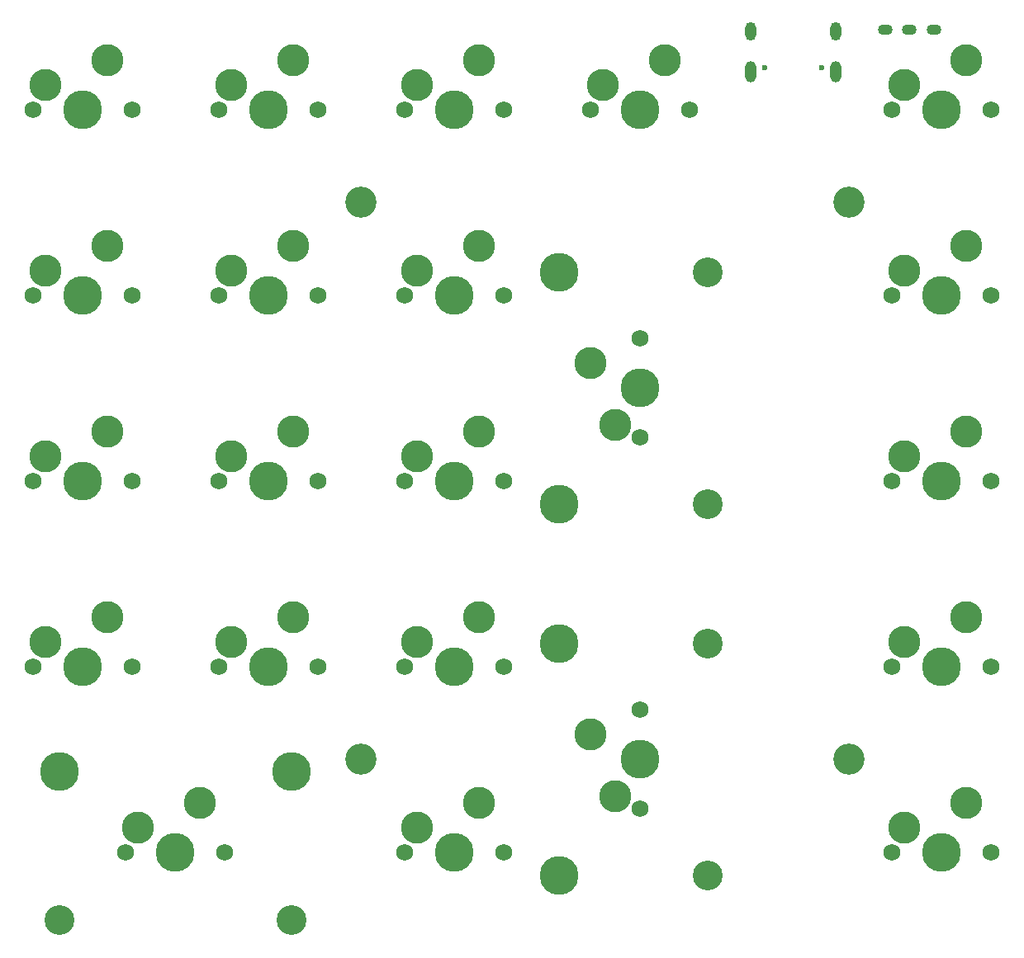
<source format=gbr>
%TF.GenerationSoftware,KiCad,Pcbnew,8.0.6*%
%TF.CreationDate,2024-11-30T15:29:51-05:00*%
%TF.ProjectId,keyboard,6b657962-6f61-4726-942e-6b696361645f,rev?*%
%TF.SameCoordinates,Original*%
%TF.FileFunction,Soldermask,Top*%
%TF.FilePolarity,Negative*%
%FSLAX46Y46*%
G04 Gerber Fmt 4.6, Leading zero omitted, Abs format (unit mm)*
G04 Created by KiCad (PCBNEW 8.0.6) date 2024-11-30 15:29:51*
%MOMM*%
%LPD*%
G01*
G04 APERTURE LIST*
%ADD10C,3.048000*%
%ADD11C,3.987800*%
%ADD12C,3.200000*%
%ADD13C,1.750000*%
%ADD14C,3.300000*%
%ADD15C,0.600000*%
%ADD16O,1.104000X2.204000*%
%ADD17O,1.104000X1.904000*%
%ADD18O,1.500000X1.100000*%
G04 APERTURE END LIST*
D10*
%TO.C,H6*%
X232410000Y-124618750D03*
D11*
X217170000Y-124618750D03*
D10*
X232410000Y-148431250D03*
D11*
X217170000Y-148431250D03*
%TD*%
D10*
%TO.C,H7*%
X189697806Y-153030855D03*
D11*
X189697806Y-137790855D03*
D10*
X165885306Y-153030855D03*
D11*
X165885306Y-137790855D03*
%TD*%
D12*
%TO.C,H2*%
X196850000Y-136525000D03*
%TD*%
%TO.C,H4*%
X246856250Y-79375000D03*
%TD*%
%TO.C,H3*%
X246856250Y-136525000D03*
%TD*%
%TO.C,H1*%
X196850000Y-79375000D03*
%TD*%
D10*
%TO.C,H5*%
X232412773Y-86522306D03*
D11*
X217172773Y-86522306D03*
D10*
X232412773Y-110334806D03*
D11*
X217172773Y-110334806D03*
%TD*%
D13*
%TO.C,NumLock1*%
X173355000Y-69850000D03*
D11*
X168275000Y-69850000D03*
D13*
X163195000Y-69850000D03*
D14*
X164465000Y-67310000D03*
X170815000Y-64770000D03*
%TD*%
D13*
%TO.C,Custom-1*%
X261461250Y-69850000D03*
D11*
X256381250Y-69850000D03*
D13*
X251301250Y-69850000D03*
D14*
X252571250Y-67310000D03*
X258921250Y-64770000D03*
%TD*%
D15*
%TO.C,J2*%
X238247500Y-65517500D03*
X244027500Y-65517500D03*
D16*
X236812500Y-66007500D03*
X245462500Y-66007500D03*
D17*
X236812500Y-61837500D03*
X245462500Y-61837500D03*
%TD*%
D13*
%TO.C,Custom-3*%
X261461250Y-107950000D03*
D11*
X256381250Y-107950000D03*
D13*
X251301250Y-107950000D03*
D14*
X252571250Y-105410000D03*
X258921250Y-102870000D03*
%TD*%
D13*
%TO.C,Key_del1*%
X211455000Y-146050000D03*
D11*
X206375000Y-146050000D03*
D13*
X201295000Y-146050000D03*
D14*
X202565000Y-143510000D03*
X208915000Y-140970000D03*
%TD*%
D13*
%TO.C,Key_4*%
X173355000Y-107950000D03*
D11*
X168275000Y-107950000D03*
D13*
X163195000Y-107950000D03*
D14*
X164465000Y-105410000D03*
X170815000Y-102870000D03*
%TD*%
D13*
%TO.C,Key_6*%
X211455000Y-107950000D03*
D11*
X206375000Y-107950000D03*
D13*
X201295000Y-107950000D03*
D14*
X202565000Y-105410000D03*
X208915000Y-102870000D03*
%TD*%
D13*
%TO.C,Key_0*%
X182880000Y-146050000D03*
D11*
X177800000Y-146050000D03*
D13*
X172720000Y-146050000D03*
D14*
X173990000Y-143510000D03*
X180340000Y-140970000D03*
%TD*%
D13*
%TO.C,Key_2*%
X192405000Y-127000000D03*
D11*
X187325000Y-127000000D03*
D13*
X182245000Y-127000000D03*
D14*
X183515000Y-124460000D03*
X189865000Y-121920000D03*
%TD*%
D13*
%TO.C,Custom-4*%
X261461250Y-127000000D03*
D11*
X256381250Y-127000000D03*
D13*
X251301250Y-127000000D03*
D14*
X252571250Y-124460000D03*
X258921250Y-121920000D03*
%TD*%
D13*
%TO.C,Key_\u002A1*%
X211455000Y-69850000D03*
D11*
X206375000Y-69850000D03*
D13*
X201295000Y-69850000D03*
D14*
X202565000Y-67310000D03*
X208915000Y-64770000D03*
%TD*%
D13*
%TO.C,Key_+1*%
X225425000Y-93345000D03*
D11*
X225425000Y-98425000D03*
D13*
X225425000Y-103505000D03*
D14*
X222885000Y-102235000D03*
X220345000Y-95885000D03*
%TD*%
D13*
%TO.C,Key_7*%
X173355000Y-88900000D03*
D11*
X168275000Y-88900000D03*
D13*
X163195000Y-88900000D03*
D14*
X164465000Y-86360000D03*
X170815000Y-83820000D03*
%TD*%
D13*
%TO.C,Custom-2*%
X261461250Y-88900000D03*
D11*
X256381250Y-88900000D03*
D13*
X251301250Y-88900000D03*
D14*
X252571250Y-86360000D03*
X258921250Y-83820000D03*
%TD*%
D13*
%TO.C,Key_8*%
X192405000Y-88900000D03*
D11*
X187325000Y-88900000D03*
D13*
X182245000Y-88900000D03*
D14*
X183515000Y-86360000D03*
X189865000Y-83820000D03*
%TD*%
D13*
%TO.C,Key_3*%
X211455000Y-127000000D03*
D11*
X206375000Y-127000000D03*
D13*
X201295000Y-127000000D03*
D14*
X202565000Y-124460000D03*
X208915000Y-121920000D03*
%TD*%
D13*
%TO.C,Key_-1*%
X230505000Y-69850000D03*
D11*
X225425000Y-69850000D03*
D13*
X220345000Y-69850000D03*
D14*
X221615000Y-67310000D03*
X227965000Y-64770000D03*
%TD*%
D13*
%TO.C,Key_9*%
X211455000Y-88900000D03*
D11*
X206375000Y-88900000D03*
D13*
X201295000Y-88900000D03*
D14*
X202565000Y-86360000D03*
X208915000Y-83820000D03*
%TD*%
D13*
%TO.C,Key_1*%
X173355000Y-127000000D03*
D11*
X168275000Y-127000000D03*
D13*
X163195000Y-127000000D03*
D14*
X164465000Y-124460000D03*
X170815000Y-121920000D03*
%TD*%
D13*
%TO.C,Custom-5*%
X261461250Y-146050000D03*
D11*
X256381250Y-146050000D03*
D13*
X251301250Y-146050000D03*
D14*
X252571250Y-143510000D03*
X258921250Y-140970000D03*
%TD*%
D13*
%TO.C,Key_/1*%
X192405000Y-69850000D03*
D11*
X187325000Y-69850000D03*
D13*
X182245000Y-69850000D03*
D14*
X183515000Y-67310000D03*
X189865000Y-64770000D03*
%TD*%
D13*
%TO.C,Key_enter1*%
X225425000Y-131445000D03*
D11*
X225425000Y-136525000D03*
D13*
X225425000Y-141605000D03*
D14*
X222885000Y-140335000D03*
X220345000Y-133985000D03*
%TD*%
D13*
%TO.C,Key_5*%
X192405000Y-107950000D03*
D11*
X187325000Y-107950000D03*
D13*
X182245000Y-107950000D03*
D14*
X183515000Y-105410000D03*
X189865000Y-102870000D03*
%TD*%
D18*
%TO.C,SW1*%
X250560000Y-61640000D03*
X253060000Y-61640000D03*
X255560000Y-61640000D03*
%TD*%
M02*

</source>
